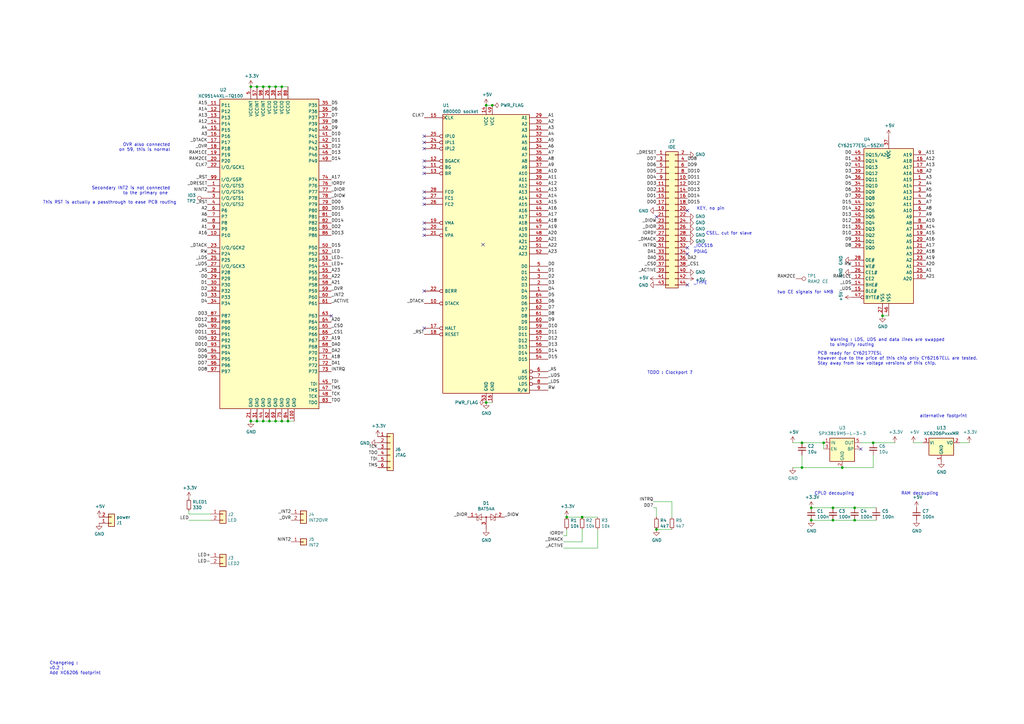
<source format=kicad_sch>
(kicad_sch (version 20211123) (generator eeschema)
  (paper "A3")
  (title_block (title "A500 IDE RAM") (date "2020-05-07") (rev "0.2") (company "FLACO 2020 - Unknown licence, see projects below") (comment 1 "Inspired by original design and code of ide68k v425 by Mika Leinonen") (comment 2 "http://www.mkl211015.altervista.org/ide/ide68k.html") (comment 3 "Additional RAM idea inspired by Sector101") (comment 4 "https://blog.sector101.co.uk/2019/07/20/amiga-500-2mb-handwired-fastram-expansion/"))
  (lib_symbols
    (symbol "CPLD_Xilinx:XC95144XL-TQ100"
      (property "Reference" "U" (at -20.32 64.77 0))
      (property "Value" "XC95144XL-TQ100" (at -20.32 -64.77 0))
      (symbol "XC95144XL-TQ100_1_1"
        (pin bidirectional line (at -25.4 27.94 0) (length 5.08) (name "I/O/GTS3") (number "1"))
        (pin bidirectional line (at -25.4 7.62 0) (length 5.08) (name "P10") (number "10"))
        (pin power_in line (at 10.16 -68.58 90) (length 5.08) (name "GND") (number "100"))
        (pin bidirectional line (at -25.4 60.96 0) (length 5.08) (name "P11") (number "11"))
        (pin bidirectional line (at -25.4 58.42 0) (length 5.08) (name "P12") (number "12"))
        (pin bidirectional line (at -25.4 55.88 0) (length 5.08) (name "P13") (number "13"))
        (pin bidirectional line (at -25.4 53.34 0) (length 5.08) (name "P14") (number "14"))
        (pin bidirectional line (at -25.4 50.8 0) (length 5.08) (name "P15") (number "15"))
        (pin bidirectional line (at -25.4 48.26 0) (length 5.08) (name "P16") (number "16"))
        (pin bidirectional line (at -25.4 45.72 0) (length 5.08) (name "P17") (number "17"))
        (pin bidirectional line (at -25.4 43.18 0) (length 5.08) (name "P18") (number "18"))
        (pin bidirectional line (at -25.4 40.64 0) (length 5.08) (name "P19") (number "19"))
        (pin bidirectional line (at -25.4 25.4 0) (length 5.08) (name "I/O/GTS4") (number "2"))
        (pin bidirectional line (at -25.4 38.1 0) (length 5.08) (name "P20") (number "20"))
        (pin power_in line (at -7.62 -68.58 90) (length 5.08) (name "GND") (number "21"))
        (pin bidirectional line (at -25.4 35.56 0) (length 5.08) (name "I/O/GCK1") (number "22"))
        (pin bidirectional line (at -25.4 2.54 0) (length 5.08) (name "I/O/GCK2") (number "23"))
        (pin bidirectional line (at -25.4 0 0) (length 5.08) (name "P24") (number "24"))
        (pin bidirectional line (at -25.4 -2.54 0) (length 5.08) (name "P25") (number "25"))
        (pin power_in line (at 0 68.58 270) (length 5.08) (name "VCCIO") (number "26"))
        (pin bidirectional line (at -25.4 -5.08 0) (length 5.08) (name "I/O/GCK3") (number "27"))
        (pin bidirectional line (at -25.4 -7.62 0) (length 5.08) (name "P28") (number "28"))
        (pin bidirectional line (at -25.4 -10.16 0) (length 5.08) (name "P29") (number "29"))
        (pin bidirectional line (at -25.4 22.86 0) (length 5.08) (name "I/O/GTS1") (number "3"))
        (pin bidirectional line (at -25.4 -12.7 0) (length 5.08) (name "P30") (number "30"))
        (pin power_in line (at -5.08 -68.58 90) (length 5.08) (name "GND") (number "31"))
        (pin bidirectional line (at -25.4 -15.24 0) (length 5.08) (name "P32") (number "32"))
        (pin bidirectional line (at -25.4 -17.78 0) (length 5.08) (name "P33") (number "33"))
        (pin bidirectional line (at -25.4 -20.32 0) (length 5.08) (name "P34") (number "34"))
        (pin bidirectional line (at 25.4 60.96 180) (length 5.08) (name "P35") (number "35"))
        (pin bidirectional line (at 25.4 58.42 180) (length 5.08) (name "P36") (number "36"))
        (pin bidirectional line (at 25.4 55.88 180) (length 5.08) (name "P37") (number "37"))
        (pin power_in line (at 2.54 68.58 270) (length 5.08) (name "VCCIO") (number "38"))
        (pin bidirectional line (at 25.4 53.34 180) (length 5.08) (name "P39") (number "39"))
        (pin bidirectional line (at -25.4 20.32 0) (length 5.08) (name "I/O/GTS2") (number "4"))
        (pin bidirectional line (at 25.4 50.8 180) (length 5.08) (name "P40") (number "40"))
        (pin bidirectional line (at 25.4 48.26 180) (length 5.08) (name "P41") (number "41"))
        (pin bidirectional line (at 25.4 45.72 180) (length 5.08) (name "P42") (number "42"))
        (pin bidirectional line (at 25.4 43.18 180) (length 5.08) (name "P43") (number "43"))
        (pin power_in line (at -2.54 -68.58 90) (length 5.08) (name "GND") (number "44"))
        (pin input line (at 25.4 -53.34 180) (length 5.08) (name "TDI") (number "45"))
        (pin bidirectional line (at 25.4 40.64 180) (length 5.08) (name "P46") (number "46"))
        (pin input line (at 25.4 -55.88 180) (length 5.08) (name "TMS") (number "47"))
        (pin input line (at 25.4 -58.42 180) (length 5.08) (name "TCK") (number "48"))
        (pin bidirectional line (at 25.4 38.1 180) (length 5.08) (name "P49") (number "49"))
        (pin power_in line (at -7.62 68.58 270) (length 5.08) (name "VCCINT") (number "5"))
        (pin bidirectional line (at 25.4 2.54 180) (length 5.08) (name "P50") (number "50"))
        (pin power_in line (at 5.08 68.58 270) (length 5.08) (name "VCCIO") (number "51"))
        (pin bidirectional line (at 25.4 0 180) (length 5.08) (name "P52") (number "52"))
        (pin bidirectional line (at 25.4 -2.54 180) (length 5.08) (name "P53") (number "53"))
        (pin bidirectional line (at 25.4 -5.08 180) (length 5.08) (name "P54") (number "54"))
        (pin bidirectional line (at 25.4 -7.62 180) (length 5.08) (name "P55") (number "55"))
        (pin bidirectional line (at 25.4 -10.16 180) (length 5.08) (name "P56") (number "56"))
        (pin power_in line (at -5.08 68.58 270) (length 5.08) (name "VCCINT") (number "57"))
        (pin bidirectional line (at 25.4 -12.7 180) (length 5.08) (name "P58") (number "58"))
        (pin bidirectional line (at 25.4 -15.24 180) (length 5.08) (name "P59") (number "59"))
        (pin bidirectional line (at -25.4 17.78 0) (length 5.08) (name "P6") (number "6"))
        (pin bidirectional line (at 25.4 -17.78 180) (length 5.08) (name "P60") (number "60"))
        (pin bidirectional line (at 25.4 -20.32 180) (length 5.08) (name "P61") (number "61"))
        (pin power_in line (at 0 -68.58 90) (length 5.08) (name "GND") (number "62"))
        (pin bidirectional line (at 25.4 -25.4 180) (length 5.08) (name "P63") (number "63"))
        (pin bidirectional line (at 25.4 -27.94 180) (length 5.08) (name "P64") (number "64"))
        (pin bidirectional line (at 25.4 -30.48 180) (length 5.08) (name "P65") (number "65"))
        (pin bidirectional line (at 25.4 -33.02 180) (length 5.08) (name "P66") (number "66"))
        (pin bidirectional line (at 25.4 -35.56 180) (length 5.08) (name "P67") (number "67"))
        (pin bidirectional line (at 25.4 -38.1 180) (length 5.08) (name "P68") (number "68"))
        (pin power_in line (at 2.54 -68.58 90) (length 5.08) (name "GND") (number "69"))
        (pin bidirectional line (at -25.4 15.24 0) (length 5.08) (name "P7") (number "7"))
        (pin bidirectional line (at 25.4 -40.64 180) (length 5.08) (name "P70") (number "70"))
        (pin bidirectional line (at 25.4 -43.18 180) (length 5.08) (name "P71") (number "71"))
        (pin bidirectional line (at 25.4 -45.72 180) (length 5.08) (name "P72") (number "72"))
        (pin bidirectional line (at 25.4 -48.26 180) (length 5.08) (name "P73") (number "73"))
        (pin bidirectional line (at 25.4 30.48 180) (length 5.08) (name "P74") (number "74"))
        (pin power_in line (at 5.08 -68.58 90) (length 5.08) (name "GND") (number "75"))
        (pin bidirectional line (at 25.4 27.94 180) (length 5.08) (name "P76") (number "76"))
        (pin bidirectional line (at 25.4 25.4 180) (length 5.08) (name "P77") (number "77"))
        (pin bidirectional line (at 25.4 22.86 180) (length 5.08) (name "P78") (number "78"))
        (pin bidirectional line (at 25.4 20.32 180) (length 5.08) (name "P79") (number "79"))
        (pin bidirectional line (at -25.4 12.7 0) (length 5.08) (name "P8") (number "8"))
        (pin bidirectional line (at 25.4 17.78 180) (length 5.08) (name "P80") (number "80"))
        (pin bidirectional line (at 25.4 15.24 180) (length 5.08) (name "P81") (number "81"))
        (pin bidirectional line (at 25.4 12.7 180) (length 5.08) (name "P82") (number "82"))
        (pin output line (at 25.4 -60.96 180) (length 5.08) (name "TDO") (number "83"))
        (pin power_in line (at 7.62 -68.58 90) (length 5.08) (name "GND") (number "84"))
        (pin bidirectional line (at 25.4 10.16 180) (length 5.08) (name "P85") (number "85"))
        (pin bidirectional line (at 25.4 7.62 180) (length 5.08) (name "P86") (number "86"))
        (pin bidirectional line (at -25.4 -25.4 0) (length 5.08) (name "P87") (number "87"))
        (pin power_in line (at 7.62 68.58 270) (length 5.08) (name "VCCIO") (number "88"))
        (pin bidirectional line (at -25.4 -27.94 0) (length 5.08) (name "P89") (number "89"))
        (pin bidirectional line (at -25.4 10.16 0) (length 5.08) (name "P9") (number "9"))
        (pin bidirectional line (at -25.4 -30.48 0) (length 5.08) (name "P90") (number "90"))
        (pin bidirectional line (at -25.4 -33.02 0) (length 5.08) (name "P91") (number "91"))
        (pin bidirectional line (at -25.4 -35.56 0) (length 5.08) (name "P92") (number "92"))
        (pin bidirectional line (at -25.4 -38.1 0) (length 5.08) (name "P93") (number "93"))
        (pin bidirectional line (at -25.4 -40.64 0) (length 5.08) (name "P94") (number "94"))
        (pin bidirectional line (at -25.4 -43.18 0) (length 5.08) (name "P95") (number "95"))
        (pin bidirectional line (at -25.4 -45.72 0) (length 5.08) (name "P96") (number "96"))
        (pin bidirectional line (at -25.4 -48.26 0) (length 5.08) (name "P97") (number "97"))
        (pin power_in line (at -2.54 68.58 270) (length 5.08) (name "VCCINT") (number "98"))
        (pin bidirectional line (at -25.4 30.48 0) (length 5.08) (name "I/O/GSR") (number "99"))
      )
    )
    (symbol "CPU_NXP_68000:68000D" (pin_names (offset 0.762))
      (property "Reference" "U" (at 0 2.54 0))
      (property "Value" "68000D" (at 0 -3.81 0))
      (symbol "68000D_1_1"
        (pin bidirectional line (at 25.4 -15.24 180) (length 7.62) (name "D4") (number "1"))
        (pin input inverted (at -25.4 -20.32 0) (length 7.62) (name "DTACK") (number "10"))
        (pin output inverted (at -25.4 35.56 0) (length 7.62) (name "BG") (number "11"))
        (pin input inverted (at -25.4 38.1 0) (length 7.62) (name "BGACK") (number "12"))
        (pin input inverted (at -25.4 33.02 0) (length 7.62) (name "BR") (number "13"))
        (pin power_in line (at 0 60.96 270) (length 3.81) (name "VCC") (number "14"))
        (pin input clock (at -25.4 55.88 0) (length 7.62) (name "CLK") (number "15"))
        (pin power_in line (at 2.54 -60.96 90) (length 3.81) (name "GND") (number "16"))
        (pin bidirectional inverted (at -25.4 -30.48 0) (length 7.62) (name "HALT") (number "17"))
        (pin bidirectional inverted (at -25.4 -33.02 0) (length 7.62) (name "RESET") (number "18"))
        (pin output inverted (at -25.4 12.7 0) (length 7.62) (name "VMA") (number "19"))
        (pin bidirectional line (at 25.4 -12.7 180) (length 7.62) (name "D3") (number "2"))
        (pin output line (at -25.4 10.16 0) (length 7.62) (name "E") (number "20"))
        (pin input inverted (at -25.4 7.62 0) (length 7.62) (name "VPA") (number "21"))
        (pin input inverted (at -25.4 -15.24 0) (length 7.62) (name "BERR") (number "22"))
        (pin input inverted (at -25.4 43.18 0) (length 7.62) (name "IPL2") (number "23"))
        (pin input inverted (at -25.4 45.72 0) (length 7.62) (name "IPL1") (number "24"))
        (pin input inverted (at -25.4 48.26 0) (length 7.62) (name "IPL0") (number "25"))
        (pin output line (at -25.4 20.32 0) (length 7.62) (name "FC2") (number "26"))
        (pin output line (at -25.4 22.86 0) (length 7.62) (name "FC1") (number "27"))
        (pin output line (at -25.4 25.4 0) (length 7.62) (name "FC0") (number "28"))
        (pin output line (at 25.4 55.88 180) (length 7.62) (name "A1") (number "29"))
        (pin bidirectional line (at 25.4 -10.16 180) (length 7.62) (name "D2") (number "3"))
        (pin output line (at 25.4 53.34 180) (length 7.62) (name "A2") (number "30"))
        (pin output line (at 25.4 50.8 180) (length 7.62) (name "A3") (number "31"))
        (pin output line (at 25.4 48.26 180) (length 7.62) (name "A4") (number "32"))
        (pin output line (at 25.4 45.72 180) (length 7.62) (name "A5") (number "33"))
        (pin output line (at 25.4 43.18 180) (length 7.62) (name "A6") (number "34"))
        (pin output line (at 25.4 40.64 180) (length 7.62) (name "A7") (number "35"))
        (pin output line (at 25.4 38.1 180) (length 7.62) (name "A8") (number "36"))
        (pin output line (at 25.4 35.56 180) (length 7.62) (name "A9") (number "37"))
        (pin output line (at 25.4 33.02 180) (length 7.62) (name "A10") (number "38"))
        (pin output line (at 25.4 30.48 180) (length 7.62) (name "A11") (number "39"))
        (pin bidirectional line (at 25.4 -7.62 180) (length 7.62) (name "D1") (number "4"))
        (pin output line (at 25.4 27.94 180) (length 7.62) (name "A12") (number "40"))
        (pin output line (at 25.4 25.4 180) (length 7.62) (name "A13") (number "41"))
        (pin output line (at 25.4 22.86 180) (length 7.62) (name "A14") (number "42"))
        (pin output line (at 25.4 20.32 180) (length 7.62) (name "A15") (number "43"))
        (pin output line (at 25.4 17.78 180) (length 7.62) (name "A16") (number "44"))
        (pin output line (at 25.4 15.24 180) (length 7.62) (name "A17") (number "45"))
        (pin output line (at 25.4 12.7 180) (length 7.62) (name "A18") (number "46"))
        (pin output line (at 25.4 10.16 180) (length 7.62) (name "A19") (number "47"))
        (pin output line (at 25.4 7.62 180) (length 7.62) (name "A20") (number "48"))
        (pin power_in line (at 2.54 60.96 270) (length 3.81) (name "VCC") (number "49"))
        (pin bidirectional line (at 25.4 -5.08 180) (length 7.62) (name "D0") (number "5"))
        (pin output line (at 25.4 5.08 180) (length 7.62) (name "A21") (number "50"))
        (pin output line (at 25.4 2.54 180) (length 7.62) (name "A22") (number "51"))
        (pin output line (at 25.4 0 180) (length 7.62) (name "A23") (number "52"))
        (pin power_in line (at 0 -60.96 90) (length 3.81) (name "GND") (number "53"))
        (pin bidirectional line (at 25.4 -43.18 180) (length 7.62) (name "D15") (number "54"))
        (pin bidirectional line (at 25.4 -40.64 180) (length 7.62) (name "D14") (number "55"))
        (pin bidirectional line (at 25.4 -38.1 180) (length 7.62) (name "D13") (number "56"))
        (pin bidirectional line (at 25.4 -35.56 180) (length 7.62) (name "D12") (number "57"))
        (pin bidirectional line (at 25.4 -33.02 180) (length 7.62) (name "D11") (number "58"))
        (pin bidirectional line (at 25.4 -30.48 180) (length 7.62) (name "D10") (number "59"))
        (pin output inverted (at 25.4 -48.26 180) (length 7.62) (name "AS") (number "6"))
        (pin bidirectional line (at 25.4 -27.94 180) (length 7.62) (name "D9") (number "60"))
        (pin bidirectional line (at 25.4 -25.4 180) (length 7.62) (name "D8") (number "61"))
        (pin bidirectional line (at 25.4 -22.86 180) (length 7.62) (name "D7") (number "62"))
        (pin bidirectional line (at 25.4 -20.32 180) (length 7.62) (name "D6") (number "63"))
        (pin bidirectional line (at 25.4 -17.78 180) (length 7.62) (name "D5") (number "64"))
        (pin output inverted (at 25.4 -50.8 180) (length 7.62) (name "UDS") (number "7"))
        (pin output inverted (at 25.4 -53.34 180) (length 7.62) (name "LDS") (number "8"))
        (pin output line (at 25.4 -55.88 180) (length 7.62) (name "R/W") (number "9"))
      )
    )
    (symbol "Connector:TestPoint" (pin_numbers hide) (pin_names (offset 0.762) hide)
      (property "Reference" "TP" (at 0 6.858 0))
      (property "Value" "TestPoint" (at 0 5.08 0))
      (symbol "TestPoint_1_1"
        (pin passive line (at 0 0 90) (length 2.54) (name "1") (number "1"))
      )
    )
    (symbol "Connector_Generic:Conn_01x01" (pin_names (offset 1.016) hide)
      (property "Reference" "J" (at 0 2.54 0))
      (property "Value" "Conn_01x01" (at 0 -2.54 0))
      (symbol "Conn_01x01_1_1"
        (pin passive line (at -5.08 0 0) (length 3.81) (name "Pin_1") (number "1"))
      )
    )
    (symbol "Connector_Generic:Conn_01x02" (pin_names (offset 1.016) hide)
      (property "Reference" "J" (at 0 2.54 0))
      (property "Value" "Conn_01x02" (at 0 -5.08 0))
      (symbol "Conn_01x02_1_1"
        (pin passive line (at -5.08 0 0) (length 3.81) (name "Pin_1") (number "1"))
        (pin passive line (at -5.08 -2.54 0) (length 3.81) (name "Pin_2") (number "2"))
      )
    )
    (symbol "Connector_Generic:Conn_01x06" (pin_names (offset 1.016) hide)
      (property "Reference" "J" (at 0 7.62 0))
      (property "Value" "Conn_01x06" (at 0 -10.16 0))
      (symbol "Conn_01x06_1_1"
        (pin passive line (at -5.08 5.08 0) (length 3.81) (name "Pin_1") (number "1"))
        (pin passive line (at -5.08 2.54 0) (length 3.81) (name "Pin_2") (number "2"))
        (pin passive line (at -5.08 0 0) (length 3.81) (name "Pin_3") (number "3"))
        (pin passive line (at -5.08 -2.54 0) (length 3.81) (name "Pin_4") (number "4"))
        (pin passive line (at -5.08 -5.08 0) (length 3.81) (name "Pin_5") (number "5"))
        (pin passive line (at -5.08 -7.62 0) (length 3.81) (name "Pin_6") (number "6"))
      )
    )
    (symbol "Connector_Generic:Conn_02x22_Odd_Even" (pin_names (offset 1.016) hide)
      (property "Reference" "J" (at 1.27 27.94 0))
      (property "Value" "Conn_02x22_Odd_Even" (at 1.27 -30.48 0))
      (symbol "Conn_02x22_Odd_Even_1_1"
        (pin passive line (at -5.08 25.4 0) (length 3.81) (name "Pin_1") (number "1"))
        (pin passive line (at 7.62 15.24 180) (length 3.81) (name "Pin_10") (number "10"))
        (pin passive line (at -5.08 12.7 0) (length 3.81) (name "Pin_11") (number "11"))
        (pin passive line (at 7.62 12.7 180) (length 3.81) (name "Pin_12") (number "12"))
        (pin passive line (at -5.08 10.16 0) (length 3.81) (name "Pin_13") (number "13"))
        (pin passive line (at 7.62 10.16 180) (length 3.81) (name "Pin_14") (number "14"))
        (pin passive line (at -5.08 7.62 0) (length 3.81) (name "Pin_15") (number "15"))
        (pin passive line (at 7.62 7.62 180) (length 3.81) (name "Pin_16") (number "16"))
        (pin passive line (at -5.08 5.08 0) (length 3.81) (name "Pin_17") (number "17"))
        (pin passive line (at 7.62 5.08 180) (length 3.81) (name "Pin_18") (number "18"))
        (pin passive line (at -5.08 2.54 0) (length 3.81) (name "Pin_19") (number "19"))
        (pin passive line (at 7.62 25.4 180) (length 3.81) (name "Pin_2") (number "2"))
        (pin passive line (at 7.62 2.54 180) (length 3.81) (name "Pin_20") (number "20"))
        (pin passive line (at -5.08 0 0) (length 3.81) (name "Pin_21") (number "21"))
        (pin passive line (at 7.62 0 180) (length 3.81) (name "Pin_22") (number "22"))
        (pin passive line (at -5.08 -2.54 0) (length 3.81) (name "Pin_23") (number "23"))
        (pin passive line (at 7.62 -2.54 180) (length 3.81) (name "Pin_24") (number "24"))
        (pin passive line (at -5.08 -5.08 0) (length 3.81) (name "Pin_25") (number "25"))
        (pin passive line (at 7.62 -5.08 180) (length 3.81) (name "Pin_26") (number "26"))
        (pin passive line (at -5.08 -7.62 0) (length 3.81) (name "Pin_27") (number "27"))
        (pin passive line (at 7.62 -7.62 180) (length 3.81) (name "Pin_28") (number "28"))
        (pin passive line (at -5.08 -10.16 0) (length 3.81) (name "Pin_29") (number "29"))
        (pin passive line (at -5.08 22.86 0) (length 3.81) (name "Pin_3") (number "3"))
        (pin passive line (at 7.62 -10.16 180) (length 3.81) (name "Pin_30") (number "30"))
        (pin passive line (at -5.08 -12.7 0) (length 3.81) (name "Pin_31") (number "31"))
        (pin passive line (at 7.62 -12.7 180) (length 3.81) (name "Pin_32") (number "32"))
        (pin passive line (at -5.08 -15.24 0) (length 3.81) (name "Pin_33") (number "33"))
        (pin passive line (at 7.62 -15.24 180) (length 3.81) (name "Pin_34") (number "34"))
        (pin passive line (at -5.08 -17.78 0) (length 3.81) (name "Pin_35") (number "35"))
        (pin passive line (at 7.62 -17.78 180) (length 3.81) (name "Pin_36") (number "36"))
        (pin passive line (at -5.08 -20.32 0) (length 3.81) (name "Pin_37") (number "37"))
        (pin passive line (at 7.62 -20.32 180) (length 3.81) (name "Pin_38") (number "38"))
        (pin passive line (at -5.08 -22.86 0) (length 3.81) (name "Pin_39") (number "39"))
        (pin passive line (at 7.62 22.86 180) (length 3.81) (name "Pin_4") (number "4"))
        (pin passive line (at 7.62 -22.86 180) (length 3.81) (name "Pin_40") (number "40"))
        (pin passive line (at -5.08 -25.4 0) (length 3.81) (name "Pin_41") (number "41"))
        (pin passive line (at 7.62 -25.4 180) (length 3.81) (name "Pin_42") (number "42"))
        (pin passive line (at -5.08 -27.94 0) (length 3.81) (name "Pin_43") (number "43"))
        (pin passive line (at 7.62 -27.94 180) (length 3.81) (name "Pin_44") (number "44"))
        (pin passive line (at -5.08 20.32 0) (length 3.81) (name "Pin_5") (number "5"))
        (pin passive line (at 7.62 20.32 180) (length 3.81) (name "Pin_6") (number "6"))
        (pin passive line (at -5.08 17.78 0) (length 3.81) (name "Pin_7") (number "7"))
        (pin passive line (at 7.62 17.78 180) (length 3.81) (name "Pin_8") (number "8"))
        (pin passive line (at -5.08 15.24 0) (length 3.81) (name "Pin_9") (number "9"))
      )
    )
    (symbol "Device:C_Small" (pin_numbers hide) (pin_names (offset 0.254) hide)
      (property "Reference" "C" (at 0.254 1.778 0))
      (property "Value" "C_Small" (at 0.254 -2.032 0))
      (symbol "C_Small_1_1"
        (pin passive line (at 0 2.54 270) (length 2.032) (name "~") (number "1"))
        (pin passive line (at 0 -2.54 90) (length 2.032) (name "~") (number "2"))
      )
    )
    (symbol "Device:R_Small" (pin_numbers hide) (pin_names (offset 0.254) hide)
      (property "Reference" "R" (at 0.762 0.508 0))
      (property "Value" "R_Small" (at 0.762 -1.016 0))
      (symbol "R_Small_1_1"
        (pin passive line (at 0 2.54 270) (length 0.762) (name "~") (number "1"))
        (pin passive line (at 0 -2.54 90) (length 0.762) (name "~") (number "2"))
      )
    )
    (symbol "Diode:BAT54A" (pin_names (offset 1.016))
      (property "Reference" "D" (at 0.635 -3.81 0))
      (property "Value" "BAT54A" (at -6.35 3.175 0))
      (symbol "BAT54A_1_1"
        (pin passive line (at -7.62 0 0) (length 3.81) (name "~") (number "1"))
        (pin passive line (at 7.62 0 180) (length 3.81) (name "~") (number "2"))
        (pin passive line (at 0 -5.08 90) (length 5.08) (name "~") (number "3"))
      )
    )
    (symbol "Regulator_Linear:SPX3819M5-L-3-3" (pin_names (offset 0.254))
      (property "Reference" "U" (at -3.81 5.715 0))
      (property "Value" "SPX3819M5-L-3-3" (at 0 5.715 0))
      (symbol "SPX3819M5-L-3-3_1_1"
        (pin power_in line (at -7.62 2.54 0) (length 2.54) (name "IN") (number "1"))
        (pin power_in line (at 0 -7.62 90) (length 2.54) (name "GND") (number "2"))
        (pin input line (at -7.62 0 0) (length 2.54) (name "EN") (number "3"))
        (pin input line (at 7.62 0 180) (length 2.54) (name "BP") (number "4"))
        (pin power_out line (at 7.62 2.54 180) (length 2.54) (name "OUT") (number "5"))
      )
    )
    (symbol "Regulator_Linear:XC6206PxxxMR" (pin_names (offset 0.254))
      (property "Reference" "U" (at -3.81 3.175 0))
      (property "Value" "XC6206PxxxMR" (at 0 3.175 0))
      (symbol "XC6206PxxxMR_1_1"
        (pin power_in line (at 0 -7.62 90) (length 2.54) (name "GND") (number "1"))
        (pin power_out line (at 7.62 0 180) (length 2.54) (name "VO") (number "2"))
        (pin power_in line (at -7.62 0 0) (length 2.54) (name "VI") (number "3"))
      )
    )
    (symbol "Sassa:CY62177ESL-55ZXI"
      (property "Reference" "U" (at -8.89 31.75 0))
      (property "Value" "CY62177ESL-55ZXI" (at 10.16 -34.29 0))
      (symbol "CY62177ESL-55ZXI_1_1"
        (pin input line (at 15.24 17.78 180) (length 5.08) (name "A15") (number "1"))
        (pin input line (at 15.24 -22.86 180) (length 5.08) (name "A20") (number "10"))
        (pin input line (at -15.24 -17.78 0) (length 5.08) (name "WE#") (number "11"))
        (pin input line (at -15.24 -22.86 0) (length 5.08) (name "CE2") (number "12"))
        (pin no_connect line (at 10.16 -25.4 180) (length 0) hide (name "NC") (number "13"))
        (pin input line (at -15.24 -25.4 0) (length 5.08) (name "BHE#") (number "14"))
        (pin input line (at -15.24 -27.94 0) (length 5.08) (name "BLE#") (number "15"))
        (pin input line (at 15.24 25.4 180) (length 5.08) (name "A18") (number "16"))
        (pin input line (at 15.24 22.86 180) (length 5.08) (name "A17") (number "17"))
        (pin input line (at 15.24 -2.54 180) (length 5.08) (name "A7") (number "18"))
        (pin input line (at 15.24 -5.08 180) (length 5.08) (name "A6") (number "19"))
        (pin input line (at 15.24 15.24 180) (length 5.08) (name "A14") (number "2"))
        (pin input line (at 15.24 -7.62 180) (length 5.08) (name "A5") (number "20"))
        (pin input line (at 15.24 -10.16 180) (length 5.08) (name "A4") (number "21"))
        (pin input line (at 15.24 -12.7 180) (length 5.08) (name "A3") (number "22"))
        (pin input line (at 15.24 -15.24 180) (length 5.08) (name "A2") (number "23"))
        (pin input line (at 15.24 -17.78 180) (length 5.08) (name "A1") (number "24"))
        (pin input line (at 15.24 -20.32 180) (length 5.08) (name "A0") (number "25"))
        (pin input line (at -15.24 -20.32 0) (length 5.08) (name "CE1#") (number "26"))
        (pin power_in line (at -2.54 -38.1 90) (length 5.08) (name "VSS") (number "27"))
        (pin input line (at -15.24 -15.24 0) (length 5.08) (name "OE#") (number "28"))
        (pin bidirectional line (at -15.24 -10.16 0) (length 5.08) (name "DQ0") (number "29"))
        (pin input line (at 15.24 12.7 180) (length 5.08) (name "A13") (number "3"))
        (pin bidirectional line (at -15.24 10.16 0) (length 5.08) (name "DQ8") (number "30"))
        (pin bidirectional line (at -15.24 -7.62 0) (length 5.08) (name "DQ1") (number "31"))
        (pin bidirectional line (at -15.24 12.7 0) (length 5.08) (name "DQ9") (number "32"))
        (pin bidirectional line (at -15.24 -5.08 0) (length 5.08) (name "DQ2") (number "33"))
        (pin bidirectional line (at -15.24 15.24 0) (length 5.08) (name "DQ10") (number "34"))
        (pin bidirectional line (at -15.24 -2.54 0) (length 5.08) (name "DQ3") (number "35"))
        (pin bidirectional line (at -15.24 17.78 0) (length 5.08) (name "DQ11") (number "36"))
        (pin power_in line (at 0 35.56 270) (length 5.08) (name "VCC") (number "37"))
        (pin bidirectional line (at -15.24 0 0) (length 5.08) (name "DQ4") (number "38"))
        (pin bidirectional line (at -15.24 20.32 0) (length 5.08) (name "DQ12") (number "39"))
        (pin input line (at 15.24 10.16 180) (length 5.08) (name "A12") (number "4"))
        (pin bidirectional line (at -15.24 2.54 0) (length 5.08) (name "DQ5") (number "40"))
        (pin bidirectional line (at -15.24 22.86 0) (length 5.08) (name "DQ13") (number "41"))
        (pin bidirectional line (at -15.24 5.08 0) (length 5.08) (name "DQ6") (number "42"))
        (pin bidirectional line (at -15.24 25.4 0) (length 5.08) (name "DQ14") (number "43"))
        (pin bidirectional line (at -15.24 7.62 0) (length 5.08) (name "DQ7") (number "44"))
        (pin input line (at -15.24 27.94 0) (length 5.08) (name "DQ15/A20") (number "45"))
        (pin power_in line (at 0 -38.1 90) (length 5.08) (name "VSS") (number "46"))
        (pin input inverted (at -15.24 -30.48 0) (length 5.08) (name "BYTE#") (number "47"))
        (pin input line (at 15.24 20.32 180) (length 5.08) (name "A16") (number "48"))
        (pin input line (at 15.24 7.62 180) (length 5.08) (name "A11") (number "5"))
        (pin input line (at 15.24 5.08 180) (length 5.08) (name "A10") (number "6"))
        (pin input line (at 15.24 2.54 180) (length 5.08) (name "A9") (number "7"))
        (pin input line (at 15.24 0 180) (length 5.08) (name "A8") (number "8"))
        (pin input line (at 15.24 27.94 180) (length 5.08) (name "A19") (number "9"))
      )
    )
    (symbol "power:+3.3V" (power) (pin_names (offset 0))
      (property "Value" "+3.3V" (at 0 3.556 0))
      (symbol "+3.3V_1_1"
        (pin power_in line (at 0 0 90) (length 0) hide (name "+3.3V") (number "1"))
      )
    )
    (symbol "power:+5V" (power) (pin_names (offset 0))
      (property "Value" "+5V" (at 0 3.556 0))
      (symbol "+5V_1_1"
        (pin power_in line (at 0 0 90) (length 0) hide (name "+5V") (number "1"))
      )
    )
    (symbol "power:GND" (power) (pin_names (offset 0))
      (property "Value" "GND" (at 0 -3.81 0))
      (symbol "GND_1_1"
        (pin power_in line (at 0 0 270) (length 0) hide (name "GND") (number "1"))
      )
    )
    (symbol "power:PWR_FLAG" (power) (pin_numbers hide) (pin_names (offset 0) hide)
      (property "Value" "PWR_FLAG" (at 0 3.81 0))
      (symbol "PWR_FLAG_0_0"
        (pin power_out line (at 0 0 90) (length 0) (name "pwr") (number "1"))
      )
    )
  )
  (junction (at 358.14 181.61))
  (junction (at 350.52 208.28))
  (junction (at 199.39 165.1))
  (junction (at 107.95 172.72))
  (junction (at 350.52 213.36))
  (junction (at 199.39 43.18))
  (junction (at 269.24 217.17))
  (junction (at 105.41 172.72))
  (junction (at 115.57 172.72))
  (junction (at 328.93 191.77))
  (junction (at 238.76 212.09))
  (junction (at 361.95 129.54))
  (junction (at 201.93 43.18))
  (junction (at 113.03 172.72))
  (junction (at 107.95 35.56))
  (junction (at 345.44 191.77))
  (junction (at 113.03 35.56))
  (junction (at 102.87 172.72))
  (junction (at 110.49 172.72))
  (junction (at 341.63 213.36))
  (junction (at 110.49 35.56))
  (junction (at 118.11 172.72))
  (junction (at 105.41 35.56))
  (junction (at 232.41 212.09))
  (junction (at 102.87 35.56))
  (junction (at 328.93 181.61))
  (junction (at 332.74 208.28))
  (junction (at 115.57 35.56))
  (junction (at 341.63 208.28))
  (junction (at 337.82 181.61))
  (junction (at 332.74 213.36))
  (no_connect (at 173.99 55.88))
  (no_connect (at 173.99 58.42))
  (no_connect (at 173.99 78.74))
  (no_connect (at 173.99 96.52))
  (no_connect (at 173.99 81.28))
  (no_connect (at 198.12 100.33))
  (no_connect (at 281.94 101.6))
  (no_connect (at 173.99 93.98))
  (no_connect (at 353.06 184.15))
  (no_connect (at 135.89 129.54))
  (no_connect (at 173.99 68.58))
  (no_connect (at 281.94 116.84))
  (no_connect (at 173.99 91.44))
  (no_connect (at 173.99 71.12))
  (no_connect (at 173.99 134.62))
  (no_connect (at 173.99 60.96))
  (no_connect (at 173.99 83.82))
  (no_connect (at 281.94 104.14))
  (no_connect (at 281.94 86.36))
  (no_connect (at 269.24 88.9))
  (no_connect (at 173.99 66.04))
  (no_connect (at 173.99 119.38))
  (wire (pts (xy 325.12 191.77) (xy 328.93 191.77)))
  (wire (pts (xy 358.14 186.69) (xy 358.14 191.77)))
  (wire (pts (xy 364.49 129.54) (xy 361.95 129.54)))
  (wire (pts (xy 267.97 208.28) (xy 269.24 208.28)))
  (wire (pts (xy 238.76 217.17) (xy 238.76 222.25)))
  (wire (pts (xy 269.24 208.28) (xy 269.24 212.09)))
  (wire (pts (xy 358.14 181.61) (xy 367.03 181.61)))
  (wire (pts (xy 201.93 165.1) (xy 199.39 165.1)))
  (wire (pts (xy 245.11 217.17) (xy 245.11 224.79)))
  (wire (pts (xy 118.11 35.56) (xy 115.57 35.56)))
  (wire (pts (xy 350.52 208.28) (xy 341.63 208.28)))
  (wire (pts (xy 115.57 172.72) (xy 113.03 172.72)))
  (wire (pts (xy 359.41 208.28) (xy 350.52 208.28)))
  (wire (pts (xy 328.93 186.69) (xy 328.93 191.77)))
  (wire (pts (xy 353.06 181.61) (xy 358.14 181.61)))
  (wire (pts (xy 245.11 224.79) (xy 231.14 224.79)))
  (wire (pts (xy 105.41 172.72) (xy 102.87 172.72)))
  (wire (pts (xy 77.47 210.82) (xy 77.47 209.55)))
  (wire (pts (xy 275.59 205.74) (xy 275.59 212.09)))
  (wire (pts (xy 105.41 35.56) (xy 102.87 35.56)))
  (wire (pts (xy 337.82 184.15) (xy 337.82 181.61)))
  (wire (pts (xy 238.76 212.09) (xy 232.41 212.09)))
  (wire (pts (xy 232.41 217.17) (xy 232.41 219.71)))
  (wire (pts (xy 328.93 191.77) (xy 345.44 191.77)))
  (wire (pts (xy 350.52 213.36) (xy 341.63 213.36)))
  (wire (pts (xy 359.41 213.36) (xy 350.52 213.36)))
  (wire (pts (xy 107.95 35.56) (xy 105.41 35.56)))
  (wire (pts (xy 337.82 181.61) (xy 328.93 181.61)))
  (wire (pts (xy 267.97 205.74) (xy 275.59 205.74)))
  (wire (pts (xy 120.65 172.72) (xy 118.11 172.72)))
  (wire (pts (xy 113.03 35.56) (xy 110.49 35.56)))
  (wire (pts (xy 341.63 213.36) (xy 332.74 213.36)))
  (wire (pts (xy 110.49 172.72) (xy 107.95 172.72)))
  (wire (pts (xy 232.41 219.71) (xy 231.14 219.71)))
  (wire (pts (xy 328.93 181.61) (xy 325.12 181.61)))
  (wire (pts (xy 201.93 43.18) (xy 199.39 43.18)))
  (wire (pts (xy 358.14 191.77) (xy 345.44 191.77)))
  (wire (pts (xy 107.95 172.72) (xy 105.41 172.72)))
  (wire (pts (xy 115.57 35.56) (xy 113.03 35.56)))
  (wire (pts (xy 86.36 213.36) (xy 77.47 213.36)))
  (wire (pts (xy 378.46 181.61) (xy 374.65 181.61)))
  (wire (pts (xy 393.7 181.61) (xy 397.51 181.61)))
  (wire (pts (xy 275.59 217.17) (xy 269.24 217.17)))
  (wire (pts (xy 110.49 35.56) (xy 107.95 35.56)))
  (wire (pts (xy 245.11 212.09) (xy 238.76 212.09)))
  (wire (pts (xy 341.63 208.28) (xy 332.74 208.28)))
  (wire (pts (xy 113.03 172.72) (xy 110.49 172.72)))
  (wire (pts (xy 118.11 172.72) (xy 115.57 172.72)))
  (wire (pts (xy 238.76 222.25) (xy 231.14 222.25)))
  (wire (pts (xy 86.36 210.82) (xy 77.47 210.82)))
  (text "PDIAG" (at 284.48 104.14 0) (effects (font (size 1.27 1.27)) (justify left bottom)))
  (text "TODO : Clockport ?" (at 265.43 153.67 0) (effects (font (size 1.27 1.27)) (justify left bottom)))
  (text "alternative footprint" (at 377.19 171.45 0) (effects (font (size 1.27 1.27)) (justify left bottom)))
  (text "CPLD decoupling" (at 334.01 203.2 0) (effects (font (size 1.27 1.27)) (justify left bottom)))
  (text "two CE signals for 4MB" (at 318.77 120.65 0) (effects (font (size 1.27 1.27)) (justify left bottom)))
  (text "CSEL, cut for slave" (at 289.56 96.52 0) (effects (font (size 1.27 1.27)) (justify left bottom)))
  (text "This RST is actually a passthrough to ease PCB routing" (at 72.39 83.82 180) (effects (font (size 1.27 1.27)) (justify right bottom)))
  (text "_TYPE" (at 284.48 116.84 0) (effects (font (size 1.27 1.27)) (justify left bottom)))
  (text "Secondary INT2 is not connected\nto the primary one " (at 69.85 80.01 180) (effects (font (size 1.27 1.27)) (justify right bottom)))
  (text "KEY, no pin" (at 285.75 86.36 0) (effects (font (size 1.27 1.27)) (justify left bottom)))
  (text "Warning : LDS, UDS and data lines are swapped\nto simplify routing" (at 340.36 142.24 0) (effects (font (size 1.27 1.27)) (justify left bottom)))
  (text "RAM decoupling" (at 369.57 203.2 0) (effects (font (size 1.27 1.27)) (justify left bottom)))
  (text "Changelog :\nv0.2 :\nAdd XC6206 footprint" (at 20.32 276.86 0) (effects (font (size 1.27 1.27)) (justify left bottom)))
  (text "OVR also connected\non 59, this is normal" (at 69.85 62.23 180) (effects (font (size 1.27 1.27)) (justify right bottom)))
  (text "PCB ready for CY62177ESL\nhowever due to the price of this chip only CY62167ELL are tested.\nStay away from low voltage versions of this chip." (at 335.28 149.86 0) (effects (font (size 1.27 1.27)) (justify left bottom)))
  (text "_IOCS16" (at 284.48 101.6 0) (effects (font (size 1.27 1.27)) (justify left bottom)))
  (label "INTRQ" (at 267.97 205.74 180))
  (label "_UDS" (at 224.79 154.94 0))
  (label "D2" (at 85.09 119.38 180))
  (label "A11" (at 379.73 63.5 0))
  (label "TDI" (at 135.89 157.48 0))
  (label "DD7" (at 85.09 149.86 180))
  (label "DD8" (at 281.94 66.04 0))
  (label "DA1" (at 269.24 104.14 180))
  (label "_OVR" (at 119.38 213.36 180))
  (label "TCK" (at 154.94 184.15 180))
  (label "D13" (at 224.79 142.24 0))
  (label "DD10" (at 281.94 71.12 0))
  (label "RW" (at 224.79 160.02 0))
  (label "A17" (at 224.79 88.9 0))
  (label "DD15" (at 135.89 86.36 0))
  (label "LED" (at 77.47 213.36 180))
  (label "DD1" (at 135.89 88.9 0))
  (label "D7" (at 224.79 127 0))
  (label "DD6" (at 269.24 68.58 180))
  (label "A5" (at 85.09 91.44 180))
  (label "_DIOR" (at 135.89 78.74 0))
  (label "D7" (at 135.89 48.26 0))
  (label "DD11" (at 281.94 73.66 0))
  (label "IORDY" (at 269.24 96.52 180))
  (label "D5" (at 224.79 121.92 0))
  (label "D1" (at 349.25 66.04 180))
  (label "_ACTIVE" (at 269.24 111.76 180))
  (label "DA0" (at 135.89 142.24 0))
  (label "TDI" (at 154.94 189.23 180))
  (label "_DTACK" (at 85.09 58.42 180))
  (label "D0" (at 224.79 109.22 0))
  (label "TMS" (at 154.94 191.77 180))
  (label "RAM2CE" (at 326.39 114.3 180))
  (label "D3" (at 85.09 121.92 180))
  (label "A20" (at 379.73 109.22 0))
  (label "A12" (at 379.73 66.04 0))
  (label "A1" (at 85.09 93.98 180))
  (label "_UDS" (at 85.09 109.22 180))
  (label "D15" (at 135.89 101.6 0))
  (label "D14" (at 349.25 86.36 180))
  (label "_OVR" (at 135.89 119.38 0))
  (label "A3" (at 224.79 53.34 0))
  (label "D9" (at 349.25 99.06 180))
  (label "_CS0" (at 269.24 109.22 180))
  (label "DD1" (at 269.24 81.28 180))
  (label "_CS0" (at 135.89 134.62 0))
  (label "D1" (at 224.79 111.76 0))
  (label "CLK7" (at 173.99 48.26 180))
  (label "NINT2" (at 119.38 222.25 180))
  (label "TMS" (at 135.89 160.02 0))
  (label "A21" (at 135.89 116.84 0))
  (label "A22" (at 135.89 114.3 0))
  (label "DD2" (at 135.89 93.98 0))
  (label "A19" (at 135.89 139.7 0))
  (label "_LDS" (at 349.25 116.84 180))
  (label "D2" (at 224.79 114.3 0))
  (label "D10" (at 349.25 96.52 180))
  (label "A21" (at 224.79 99.06 0))
  (label "D4" (at 224.79 119.38 0))
  (label "A4" (at 224.79 55.88 0))
  (label "_DIOR" (at 191.77 212.09 180))
  (label "RW" (at 349.25 109.22 180))
  (label "_RST" (at 173.99 137.16 180))
  (label "DA0" (at 269.24 106.68 180))
  (label "NINT2" (at 85.09 78.74 180))
  (label "DD14" (at 135.89 91.44 0))
  (label "DD14" (at 281.94 81.28 0))
  (label "CLK7" (at 85.09 68.58 180))
  (label "A15" (at 85.09 43.18 180))
  (label "DD9" (at 281.94 68.58 0))
  (label "DD4" (at 85.09 134.62 180))
  (label "A13" (at 379.73 68.58 0))
  (label "A5" (at 224.79 58.42 0))
  (label "_CS1" (at 135.89 137.16 0))
  (label "DD7" (at 269.24 66.04 180))
  (label "_ACTIVE" (at 135.89 124.46 0))
  (label "DD5" (at 269.24 71.12 180))
  (label "A7" (at 379.73 83.82 0))
  (label "D8" (at 349.25 101.6 180))
  (label "A20" (at 135.89 132.08 0))
  (label "DD13" (at 135.89 96.52 0))
  (label "D12" (at 135.89 60.96 0))
  (label "RAM1CE" (at 85.09 63.5 180))
  (label "A16" (at 379.73 99.06 0))
  (label "A12" (at 224.79 76.2 0))
  (label "TCK" (at 135.89 162.56 0))
  (label "DD0" (at 135.89 83.82 0))
  (label "_INT2" (at 135.89 121.92 0))
  (label "DD10" (at 85.09 142.24 180))
  (label "D8" (at 224.79 129.54 0))
  (label "DA1" (at 135.89 149.86 0))
  (label "A22" (at 224.79 101.6 0))
  (label "A3" (at 379.73 73.66 0))
  (label "D4" (at 85.09 124.46 180))
  (label "_DIOW" (at 135.89 81.28 0))
  (label "INTRQ" (at 269.24 101.6 180))
  (label "RAM2CE" (at 85.09 66.04 180))
  (label "DD0" (at 269.24 83.82 180))
  (label "_DMACK" (at 269.24 99.06 180))
  (label "DD9" (at 85.09 147.32 180))
  (label "A5" (at 379.73 78.74 0))
  (label "A15" (at 224.79 83.82 0))
  (label "D13" (at 349.25 88.9 180))
  (label "DD3" (at 85.09 129.54 180))
  (label "_DMACK" (at 231.14 222.25 180))
  (label "A8" (at 379.73 86.36 0))
  (label "D1" (at 85.09 116.84 180))
  (label "A23" (at 135.89 111.76 0))
  (label "D15" (at 224.79 147.32 0))
  (label "D11" (at 135.89 58.42 0))
  (label "D10" (at 224.79 134.62 0))
  (label "DD4" (at 269.24 73.66 180))
  (label "A7" (at 224.79 63.5 0))
  (label "_DTACK" (at 85.09 101.6 180))
  (label "A9" (at 379.73 88.9 0))
  (label "LED+" (at 86.36 228.6 180))
  (label "A23" (at 224.79 104.14 0))
  (label "TDO" (at 154.94 186.69 180))
  (label "D12" (at 349.25 91.44 180))
  (label "A16" (at 85.09 96.52 180))
  (label "A10" (at 224.79 71.12 0))
  (label "A15" (at 379.73 96.52 0))
  (label "D4" (at 349.25 73.66 180))
  (label "LED-" (at 135.89 106.68 0))
  (label "_CS1" (at 281.94 109.22 0))
  (label "_DRESET" (at 85.09 76.2 180))
  (label "A4" (at 85.09 53.34 180))
  (label "LED-" (at 86.36 231.14 180))
  (label "A19" (at 224.79 93.98 0))
  (label "A20" (at 224.79 96.52 0))
  (label "DD15" (at 281.94 83.82 0))
  (label "A2" (at 379.73 71.12 0))
  (label "_ACTIVE" (at 231.14 224.79 180))
  (label "DD12" (at 85.09 132.08 180))
  (label "A11" (at 224.79 73.66 0))
  (label "_LDS" (at 224.79 157.48 0))
  (label "A10" (at 379.73 91.44 0))
  (label "A18" (at 135.89 147.32 0))
  (label "D11" (at 349.25 93.98 180))
  (label "_DRESET" (at 269.24 63.5 180))
  (label "DA2" (at 281.94 106.68 0))
  (label "A17" (at 379.73 101.6 0))
  (label "D5" (at 135.89 43.18 0))
  (label "D7" (at 349.25 81.28 180))
  (label "IORDY" (at 231.14 219.71 180))
  (label "RW" (at 85.09 104.14 180))
  (label "A19" (at 379.73 106.68 0))
  (label "D14" (at 135.89 66.04 0))
  (label "DA2" (at 135.89 144.78 0))
  (label "DD5" (at 85.09 139.7 180))
  (label "A12" (at 85.09 50.8 180))
  (label "A17" (at 135.89 73.66 0))
  (label "_INT2" (at 119.38 210.82 180))
  (label "RAM1CE" (at 349.25 114.3 180))
  (label "A21" (at 379.73 114.3 0))
  (label "D13" (at 135.89 63.5 0))
  (label "A6" (at 379.73 81.28 0))
  (label "TDO" (at 135.89 165.1 0))
  (label "LED" (at 135.89 104.14 0))
  (label "D15" (at 349.25 83.82 180))
  (label "D3" (at 224.79 116.84 0))
  (label "A6" (at 85.09 88.9 180))
  (label "_DTACK" (at 173.99 124.46 180))
  (label "_DIOW" (at 207.01 212.09 0))
  (label "D6" (at 349.25 78.74 180))
  (label "D14" (at 224.79 144.78 0))
  (label "DD7" (at 267.97 208.28 180))
  (label "_RST" (at 85.09 73.66 180))
  (label "INTRQ" (at 135.89 152.4 0))
  (label "A9" (at 224.79 68.58 0))
  (label "D5" (at 349.25 76.2 180))
  (label "DD8" (at 85.09 152.4 180))
  (label "D9" (at 135.89 53.34 0))
  (label "A2" (at 224.79 50.8 0))
  (label "_OVR" (at 85.09 60.96 180))
  (label "D12" (at 224.79 139.7 0))
  (label "_LDS" (at 85.09 106.68 180))
  (label "A8" (at 224.79 66.04 0))
  (label "_RST" (at 85.09 83.82 180))
  (label "D6" (at 135.89 45.72 0))
  (label "IORDY" (at 135.89 76.2 0))
  (label "A16" (at 224.79 86.36 0))
  (label "_AS" (at 224.79 152.4 0))
  (label "A6" (at 224.79 60.96 0))
  (label "LED+" (at 135.89 109.22 0))
  (label "D2" (at 349.25 68.58 180))
  (label "D11" (at 224.79 137.16 0))
  (label "D8" (at 135.89 50.8 0))
  (label "DD2" (at 269.24 78.74 180))
  (label "DD6" (at 85.09 144.78 180))
  (label "A14" (at 85.09 45.72 180))
  (label "D9" (at 224.79 132.08 0))
  (label "DD11" (at 85.09 137.16 180))
  (label "A4" (at 379.73 76.2 0))
  (label "A14" (at 224.79 81.28 0))
  (label "D6" (at 224.79 124.46 0))
  (label "A2" (at 85.09 86.36 180))
  (label "A18" (at 379.73 104.14 0))
  (label "D10" (at 135.89 55.88 0))
  (label "A18" (at 224.79 91.44 0))
  (label "DD13" (at 281.94 78.74 0))
  (label "D0" (at 349.25 63.5 180))
  (label "_AS" (at 85.09 111.76 180))
  (label "A1" (at 379.73 111.76 0))
  (label "DD3" (at 269.24 76.2 180))
  (label "_UDS" (at 349.25 119.38 180))
  (label "_DIOR" (at 269.24 93.98 180))
  (label "D3" (at 349.25 71.12 180))
  (label "DD12" (at 281.94 76.2 0))
  (label "D0" (at 85.09 114.3 180))
  (label "A3" (at 85.09 55.88 180))
  (label "A14" (at 379.73 93.98 0))
  (label "A13" (at 85.09 48.26 180))
  (label "A13" (at 224.79 78.74 0))
  (label "A1" (at 224.79 48.26 0))
  (label "_DIOW" (at 269.24 91.44 180))
  (symbol (lib_id "CPU_NXP_68000:68000D") (at 199.39 104.14 0) (unit 1)
    (property "Reference" "U1" (at 181.61 43.18 0) (effects (justify left)))
    (property "Value" "68000D socket" (at 181.61 45.72 0) (effects (justify left)))
    (property "Footprint" "Sassa:DIP-64_W22.86mm_BigPads1.4" (effects hide))
    (property "Datasheet" "https://www.nxp.com/docs/en/reference-manual/MC68000UM.pdf" (effects hide))
  )
  (symbol (lib_id "CPLD_Xilinx:XC95144XL-TQ100") (at 110.49 104.14 0) (unit 1)
    (property "Reference" "U2" (at 90.17 36.83 0) (effects (justify left)))
    (property "Value" "XC95144XL-TQ100" (at 81.28 39.37 0) (effects (justify left)))
    (property "Footprint" "Package_QFP:TQFP-100_14x14mm_P0.5mm" (effects hide))
    (property "Datasheet" "https://www.xilinx.com/support/documentation/data_sheets/ds056.pdf" (effects hide))
  )
  (symbol (lib_id "Connector_Generic:Conn_02x22_Odd_Even") (at 274.32 88.9 0) (unit 1)
    (property "Reference" "J7" (at 275.59 57.9882 0))
    (property "Value" "IDE" (at 275.59 60.2996 0))
    (property "Footprint" "Connector_PinHeader_2.00mm:PinHeader_2x22_P2.00mm_Vertical" (effects hide))
  )
  (symbol (lib_id "Regulator_Linear:SPX3819M5-L-3-3") (at 345.44 184.15 0) (unit 1)
    (property "Reference" "U3" (at 345.44 175.4632 0))
    (property "Value" "SPX3819M5-L-3-3" (at 345.44 177.7746 0))
    (property "Footprint" "Package_TO_SOT_SMD:SOT-23-5" (effects hide))
    (property "Datasheet" "https://www.exar.com/content/document.ashx?id=22106&languageid=1033&type=Datasheet&partnumber=SPX3819&filename=SPX3819.pdf&part=SPX3819" (effects hide))
  )
  (symbol (lib_id "power:GND") (at 199.39 165.1 0) (unit 1)
    (property "Reference" "#PWR010" (effects hide))
    (property "Value" "GND" (at 199.517 169.4942 0))
  )
  (symbol (lib_id "power:+5V") (at 199.39 43.18 0) (unit 1)
    (property "Reference" "#PWR09" (effects hide))
    (property "Value" "+5V" (at 199.771 38.7858 0))
  )
  (symbol (lib_id "power:+5V") (at 325.12 181.61 0) (unit 1)
    (property "Reference" "#PWR013" (effects hide))
    (property "Value" "+5V" (at 325.501 177.2158 0))
  )
  (symbol (lib_id "power:+3.3V") (at 367.03 181.61 0) (unit 1)
    (property "Reference" "#PWR028" (effects hide))
    (property "Value" "+3.3V-power" (at 367.411 177.2158 0))
  )
  (symbol (lib_id "Device:C_Small") (at 328.93 184.15 0) (unit 1)
    (property "Reference" "C2" (at 331.2668 182.9816 0) (effects (justify left)))
    (property "Value" "10u" (at 331.2668 185.293 0) (effects (justify left)))
    (property "Footprint" "Capacitor_SMD:C_0805_2012Metric" (effects hide))
  )
  (symbol (lib_id "Device:C_Small") (at 358.14 184.15 0) (unit 1)
    (property "Reference" "C6" (at 360.4768 182.9816 0) (effects (justify left)))
    (property "Value" "10u" (at 360.4768 185.293 0) (effects (justify left)))
    (property "Footprint" "Capacitor_SMD:C_0805_2012Metric" (effects hide))
  )
  (symbol (lib_id "power:GND") (at 325.12 191.77 0) (unit 1)
    (property "Reference" "#PWR014" (effects hide))
    (property "Value" "GND" (at 325.247 196.1642 0))
  )
  (symbol (lib_id "power:+3.3V") (at 102.87 35.56 0) (unit 1)
    (property "Reference" "#PWR04" (effects hide))
    (property "Value" "+3.3V" (at 103.251 31.1658 0))
  )
  (symbol (lib_id "power:GND") (at 102.87 172.72 0) (unit 1)
    (property "Reference" "#PWR05" (effects hide))
    (property "Value" "GND" (at 102.997 177.1142 0))
  )
  (symbol (lib_id "power:GND") (at 349.25 106.68 270) (unit 1)
    (property "Reference" "#PWR029" (effects hide))
    (property "Value" "GND" (at 344.8558 106.807 0))
  )
  (symbol (lib_id "power:+5V") (at 349.25 121.92 90) (unit 1)
    (property "Reference" "#PWR031" (effects hide))
    (property "Value" "+5V" (at 344.8558 121.539 0))
  )
  (symbol (lib_id "power:GND") (at 281.94 63.5 90) (unit 1)
    (property "Reference" "#PWR018" (effects hide))
    (property "Value" "GND" (at 285.1912 63.373 90) (effects (justify right)))
  )
  (symbol (lib_id "power:GND") (at 269.24 86.36 270) (unit 1)
    (property "Reference" "#PWR015" (effects hide))
    (property "Value" "GND" (at 265.9888 86.487 90) (effects (justify right)))
  )
  (symbol (lib_id "power:GND") (at 281.94 88.9 90) (unit 1)
    (property "Reference" "#PWR019" (effects hide))
    (property "Value" "GND" (at 285.1912 88.773 90) (effects (justify right)))
  )
  (symbol (lib_id "power:GND") (at 281.94 91.44 90) (unit 1)
    (property "Reference" "#PWR020" (effects hide))
    (property "Value" "GND" (at 285.1912 91.313 90) (effects (justify right)))
  )
  (symbol (lib_id "power:GND") (at 281.94 93.98 90) (unit 1)
    (property "Reference" "#PWR021" (effects hide))
    (property "Value" "GND" (at 285.1912 93.853 90) (effects (justify right)))
  )
  (symbol (lib_id "power:GND") (at 281.94 99.06 90) (unit 1)
    (property "Reference" "#PWR023" (effects hide))
    (property "Value" "GND" (at 285.1912 98.933 90) (effects (justify right)))
  )
  (symbol (lib_id "power:GND") (at 281.94 111.76 90) (unit 1)
    (property "Reference" "#PWR024" (effects hide))
    (property "Value" "GND" (at 285.1912 111.633 90) (effects (justify right)))
  )
  (symbol (lib_id "power:GND") (at 269.24 116.84 270) (unit 1)
    (property "Reference" "#PWR017" (effects hide))
    (property "Value" "GND" (at 265.9888 116.967 90) (effects (justify right)))
  )
  (symbol (lib_id "power:+5V") (at 281.94 114.3 270) (unit 1)
    (property "Reference" "#PWR025" (effects hide))
    (property "Value" "+5V" (at 285.1912 114.681 90) (effects (justify left)))
  )
  (symbol (lib_id "power:+5V") (at 269.24 114.3 90) (unit 1)
    (property "Reference" "#PWR016" (effects hide))
    (property "Value" "+5V" (at 265.9888 113.919 90) (effects (justify left)))
  )
  (symbol (lib_id "power:GND") (at 281.94 96.52 90) (unit 1)
    (property "Reference" "#PWR022" (effects hide))
    (property "Value" "GND" (at 285.1912 96.393 90) (effects (justify right)))
  )
  (symbol (lib_id "power:GND") (at 349.25 111.76 270) (unit 1)
    (property "Reference" "#PWR030" (effects hide))
    (property "Value" "GND" (at 344.8558 111.887 0))
  )
  (symbol (lib_id "Connector_Generic:Conn_01x02") (at 91.44 228.6 0) (unit 1)
    (property "Reference" "J3" (at 93.472 228.8032 0) (effects (justify left)))
    (property "Value" "LED2" (at 93.472 231.1146 0) (effects (justify left)))
    (property "Footprint" "Connector_PinHeader_2.54mm:PinHeader_1x02_P2.54mm_Vertical" (effects hide))
  )
  (symbol (lib_id "Connector_Generic:Conn_01x01") (at 124.46 222.25 0) (unit 1)
    (property "Reference" "J5" (at 126.492 221.1832 0) (effects (justify left)))
    (property "Value" "INT2" (at 126.492 223.4946 0) (effects (justify left)))
    (property "Footprint" "Connector_PinHeader_2.54mm:PinHeader_1x01_P2.54mm_Vertical" (effects hide))
  )
  (symbol (lib_id "power:PWR_FLAG") (at 199.39 165.1 90) (unit 1)
    (property "Reference" "#FLG0101" (effects hide))
    (property "Value" "PWR_FLAG" (at 196.1642 165.1 90) (effects (justify left)))
  )
  (symbol (lib_id "power:PWR_FLAG") (at 201.93 43.18 270) (unit 1)
    (property "Reference" "#FLG0102" (effects hide))
    (property "Value" "PWR_FLAG" (at 205.1812 43.18 90) (effects (justify left)))
  )
  (symbol (lib_id "Sassa:CY62177ESL-55ZXI") (at 364.49 91.44 0) (unit 1)
    (property "Reference" "U4" (at 355.6 57.15 0))
    (property "Value" "CY62177ESL-55ZXI" (at 353.06 59.69 0))
    (property "Footprint" "Package_SO:TSOP-I-48_18.4x12mm_P0.5mm" (effects hide))
    (property "Datasheet" "https://www.cypress.com/part/cy62177esl-55zxi" (effects hide))
  )
  (symbol (lib_id "Device:R_Small") (at 232.41 214.63 0) (unit 1)
    (property "Reference" "R1" (at 233.9086 213.4616 0) (effects (justify left)))
    (property "Value" "10k" (at 233.9086 215.773 0) (effects (justify left)))
    (property "Footprint" "Resistor_SMD:R_0805_2012Metric" (effects hide))
  )
  (symbol (lib_id "Device:R_Small") (at 238.76 214.63 0) (unit 1)
    (property "Reference" "R2" (at 240.2586 213.4616 0) (effects (justify left)))
    (property "Value" "10k" (at 240.2586 215.773 0) (effects (justify left)))
    (property "Footprint" "Resistor_SMD:R_0805_2012Metric" (effects hide))
  )
  (symbol (lib_id "Device:R_Small") (at 245.11 214.63 0) (unit 1)
    (property "Reference" "R3" (at 246.6086 213.4616 0) (effects (justify left)))
    (property "Value" "10k" (at 246.6086 215.773 0) (effects (justify left)))
    (property "Footprint" "Resistor_SMD:R_0805_2012Metric" (effects hide))
  )
  (symbol (lib_id "Device:R_Small") (at 269.24 214.63 0) (unit 1)
    (property "Reference" "R4" (at 270.7386 213.4616 0) (effects (justify left)))
    (property "Value" "4k7" (at 270.7386 215.773 0) (effects (justify left)))
    (property "Footprint" "Resistor_SMD:R_0805_2012Metric" (effects hide))
  )
  (symbol (lib_id "Device:R_Small") (at 275.59 214.63 0) (unit 1)
    (property "Reference" "R5" (at 277.0886 213.4616 0) (effects (justify left)))
    (property "Value" "4k7" (at 277.0886 215.773 0) (effects (justify left)))
    (property "Footprint" "Resistor_SMD:R_0805_2012Metric" (effects hide))
  )
  (symbol (lib_id "power:+3.3V") (at 232.41 212.09 0) (unit 1)
    (property "Reference" "#PWR0101" (effects hide))
    (property "Value" "+3.3V" (at 232.791 207.6958 0))
  )
  (symbol (lib_id "power:GND") (at 269.24 217.17 0) (unit 1)
    (property "Reference" "#PWR0102" (effects hide))
    (property "Value" "GND" (at 269.367 221.5642 0))
  )
  (symbol (lib_id "Connector:TestPoint") (at 326.39 114.3 270) (unit 1)
    (property "Reference" "TP1" (at 331.1652 113.1316 90) (effects (justify left)))
    (property "Value" "RAM2 CE" (at 331.1652 115.443 90) (effects (justify left)))
    (property "Footprint" "TestPoint:TestPoint_Pad_D1.0mm" (effects hide))
  )
  (symbol (lib_id "Connector:TestPoint") (at 85.09 81.28 90) (unit 1)
    (property "Reference" "TP2" (at 80.3148 82.4484 90) (effects (justify left)))
    (property "Value" "IO3" (at 80.3148 80.137 90) (effects (justify left)))
    (property "Footprint" "Connector_PinHeader_2.54mm:PinHeader_1x01_P2.54mm_Vertical" (effects hide))
  )
  (symbol (lib_id "Connector_Generic:Conn_01x02") (at 91.44 210.82 0) (unit 1)
    (property "Reference" "J2" (at 93.472 211.0232 0) (effects (justify left)))
    (property "Value" "LED" (at 93.472 213.3346 0) (effects (justify left)))
    (property "Footprint" "Connector_PinHeader_2.54mm:PinHeader_1x02_P2.54mm_Vertical" (effects hide))
  )
  (symbol (lib_id "Device:R_Small") (at 77.47 207.01 0) (unit 1)
    (property "Reference" "RLED1" (at 78.9686 205.8416 0) (effects (justify left)))
    (property "Value" "330" (at 78.9686 208.153 0) (effects (justify left)))
    (property "Footprint" "Resistor_SMD:R_0805_2012Metric" (effects hide))
  )
  (symbol (lib_id "power:+3.3V") (at 77.47 204.47 0) (unit 1)
    (property "Reference" "#PWR03" (effects hide))
    (property "Value" "+3.3V" (at 77.851 200.0758 0))
  )
  (symbol (lib_id "Connector_Generic:Conn_01x06") (at 160.02 184.15 0) (unit 1)
    (property "Reference" "J6" (at 162.052 184.3532 0) (effects (justify left)))
    (property "Value" "JTAG" (at 162.052 186.6646 0) (effects (justify left)))
    (property "Footprint" "Connector_PinHeader_2.54mm:PinHeader_1x06_P2.54mm_Vertical" (effects hide))
  )
  (symbol (lib_id "power:+3.3V") (at 154.94 179.07 0) (unit 1)
    (property "Reference" "#PWR06" (effects hide))
    (property "Value" "+3.3V" (at 155.321 174.6758 0))
  )
  (symbol (lib_id "power:GND") (at 154.94 181.61 270) (unit 1)
    (property "Reference" "#PWR07" (effects hide))
    (property "Value" "GND" (at 151.6888 181.737 90) (effects (justify right)))
  )
  (symbol (lib_id "Diode:BAT54A") (at 199.39 212.09 0) (unit 1)
    (property "Reference" "D1" (at 199.39 206.375 0))
    (property "Value" "BAT54A" (at 199.39 208.6864 0))
    (property "Footprint" "Package_TO_SOT_SMD:SOT-23" (effects hide))
    (property "Datasheet" "http://www.diodes.com/_files/datasheets/ds11005.pdf" (effects hide))
  )
  (symbol (lib_id "power:GND") (at 199.39 217.17 0) (unit 1)
    (property "Reference" "#PWR08" (effects hide))
    (property "Value" "GND" (at 199.517 221.5642 0))
  )
  (symbol (lib_id "Connector_Generic:Conn_01x02") (at 45.72 214.63 0) (mirror x) (unit 1)
    (property "Reference" "J1" (at 47.752 214.4268 0) (effects (justify left)))
    (property "Value" "power" (at 47.752 212.1154 0) (effects (justify left)))
    (property "Footprint" "Connector_PinHeader_2.54mm:PinHeader_1x02_P2.54mm_Vertical" (effects hide))
  )
  (symbol (lib_id "power:+5V") (at 40.64 212.09 0) (unit 1)
    (property "Reference" "#PWR01" (effects hide))
    (property "Value" "+5V" (at 41.021 207.6958 0))
  )
  (symbol (lib_id "power:GND") (at 40.64 214.63 0) (unit 1)
    (property "Reference" "#PWR02" (effects hide))
    (property "Value" "GND" (at 40.767 219.0242 0))
  )
  (symbol (lib_id "Connector_Generic:Conn_01x02") (at 124.46 210.82 0) (unit 1)
    (property "Reference" "J4" (at 126.492 211.0232 0) (effects (justify left)))
    (property "Value" "INT2OVR" (at 126.492 213.3346 0) (effects (justify left)))
    (property "Footprint" "Connector_PinHeader_2.54mm:PinHeader_1x02_P2.54mm_Vertical" (effects hide))
  )
  (symbol (lib_id "Device:C_Small") (at 375.92 210.82 0) (unit 1)
    (property "Reference" "C7" (at 378.2568 209.6516 0) (effects (justify left)))
    (property "Value" "100n" (at 378.2568 211.963 0) (effects (justify left)))
    (property "Footprint" "Capacitor_SMD:C_0805_2012Metric" (effects hide))
  )
  (symbol (lib_id "Device:C_Small") (at 332.74 210.82 0) (unit 1)
    (property "Reference" "C1" (at 335.0768 209.6516 0) (effects (justify left)))
    (property "Value" "100n" (at 335.0768 211.963 0) (effects (justify left)))
    (property "Footprint" "Capacitor_SMD:C_0805_2012Metric" (effects hide))
  )
  (symbol (lib_id "Device:C_Small") (at 341.63 210.82 0) (unit 1)
    (property "Reference" "C3" (at 343.9668 209.6516 0) (effects (justify left)))
    (property "Value" "100n" (at 343.9668 211.963 0) (effects (justify left)))
    (property "Footprint" "Capacitor_SMD:C_0805_2012Metric" (effects hide))
  )
  (symbol (lib_id "Device:C_Small") (at 350.52 210.82 0) (unit 1)
    (property "Reference" "C4" (at 352.8568 209.6516 0) (effects (justify left)))
    (property "Value" "100n" (at 352.8568 211.963 0) (effects (justify left)))
    (property "Footprint" "Capacitor_SMD:C_0805_2012Metric" (effects hide))
  )
  (symbol (lib_id "Device:C_Small") (at 359.41 210.82 0) (unit 1)
    (property "Reference" "C5" (at 361.7468 209.6516 0) (effects (justify left)))
    (property "Value" "100n" (at 361.7468 211.963 0) (effects (justify left)))
    (property "Footprint" "Capacitor_SMD:C_0805_2012Metric" (effects hide))
  )
  (symbol (lib_id "power:+5V") (at 375.92 208.28 0) (unit 1)
    (property "Reference" "#PWR026" (effects hide))
    (property "Value" "+5V" (at 376.301 203.8858 0))
  )
  (symbol (lib_id "power:+3.3V") (at 332.74 208.28 0) (unit 1)
    (property "Reference" "#PWR011" (effects hide))
    (property "Value" "+3.3V" (at 333.121 203.8858 0))
  )
  (symbol (lib_id "power:GND") (at 332.74 213.36 0) (unit 1)
    (property "Reference" "#PWR012" (effects hide))
    (property "Value" "GND" (at 332.867 217.7542 0))
  )
  (symbol (lib_id "power:GND") (at 375.92 213.36 0) (unit 1)
    (property "Reference" "#PWR027" (effects hide))
    (property "Value" "GND" (at 376.047 217.7542 0))
  )
  (symbol (lib_id "power:+5V") (at 364.49 55.88 0) (unit 1)
    (property "Reference" "#PWR033" (effects hide))
    (property "Value" "+5V" (at 364.871 51.4858 0))
  )
  (symbol (lib_id "power:GND") (at 361.95 129.54 0) (unit 1)
    (property "Reference" "#PWR032" (effects hide))
    (property "Value" "GND" (at 362.077 133.9342 0))
  )
  (symbol (lib_id "Regulator_Linear:XC6206PxxxMR") (at 386.08 181.61 0) (unit 1)
    (property "Reference" "U13" (at 386.08 175.4632 0))
    (property "Value" "XC6206PxxxMR" (at 386.08 177.7746 0))
    (property "Footprint" "Sassa:SOT-23" (effects hide))
    (property "Datasheet" "https://www.torexsemi.com/file/xc6206/XC6206.pdf" (effects hide))
  )
  (symbol (lib_id "power:+3.3V") (at 397.51 181.61 0) (unit 1)
    (property "Reference" "#PWR0103" (effects hide))
    (property "Value" "+3.3V" (at 397.891 177.2158 0))
  )
  (symbol (lib_id "power:+5V") (at 374.65 181.61 0) (unit 1)
    (property "Reference" "#PWR0104" (effects hide))
    (property "Value" "+5V" (at 375.031 177.2158 0))
  )
  (symbol (lib_id "power:GND") (at 386.08 189.23 0) (unit 1)
    (property "Reference" "#PWR0105" (effects hide))
    (property "Value" "GND" (at 386.207 193.6242 0))
  )
)
</source>
